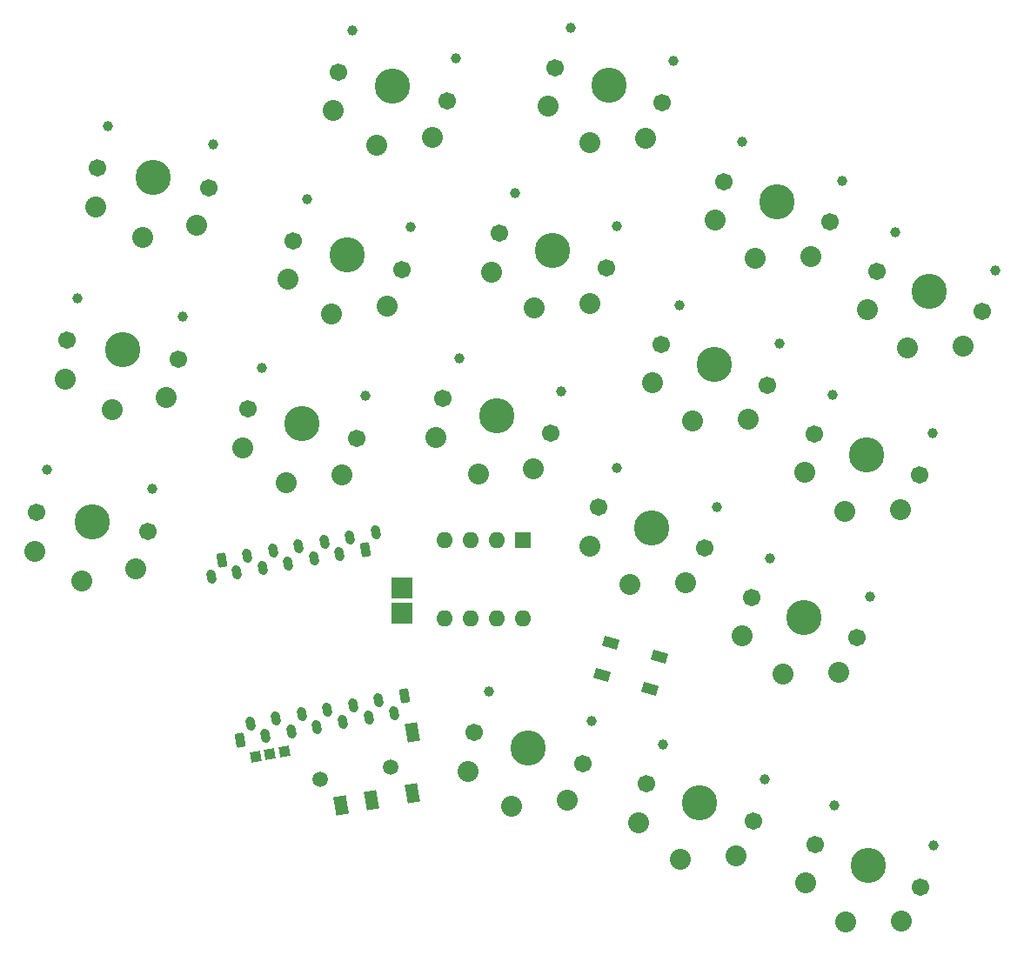
<source format=gbr>
%TF.GenerationSoftware,KiCad,Pcbnew,7.0.5*%
%TF.CreationDate,2023-06-17T18:52:54+04:00*%
%TF.ProjectId,KBD,4b42442e-6b69-4636-9164-5f7063625858,rev?*%
%TF.SameCoordinates,Original*%
%TF.FileFunction,Soldermask,Bot*%
%TF.FilePolarity,Negative*%
%FSLAX46Y46*%
G04 Gerber Fmt 4.6, Leading zero omitted, Abs format (unit mm)*
G04 Created by KiCad (PCBNEW 7.0.5) date 2023-06-17 18:52:54*
%MOMM*%
%LPD*%
G01*
G04 APERTURE LIST*
G04 Aperture macros list*
%AMRoundRect*
0 Rectangle with rounded corners*
0 $1 Rounding radius*
0 $2 $3 $4 $5 $6 $7 $8 $9 X,Y pos of 4 corners*
0 Add a 4 corners polygon primitive as box body*
4,1,4,$2,$3,$4,$5,$6,$7,$8,$9,$2,$3,0*
0 Add four circle primitives for the rounded corners*
1,1,$1+$1,$2,$3*
1,1,$1+$1,$4,$5*
1,1,$1+$1,$6,$7*
1,1,$1+$1,$8,$9*
0 Add four rect primitives between the rounded corners*
20,1,$1+$1,$2,$3,$4,$5,0*
20,1,$1+$1,$4,$5,$6,$7,0*
20,1,$1+$1,$6,$7,$8,$9,0*
20,1,$1+$1,$8,$9,$2,$3,0*%
%AMHorizOval*
0 Thick line with rounded ends*
0 $1 width*
0 $2 $3 position (X,Y) of the first rounded end (center of the circle)*
0 $4 $5 position (X,Y) of the second rounded end (center of the circle)*
0 Add line between two ends*
20,1,$1,$2,$3,$4,$5,0*
0 Add two circle primitives to create the rounded ends*
1,1,$1,$2,$3*
1,1,$1,$4,$5*%
%AMRotRect*
0 Rectangle, with rotation*
0 The origin of the aperture is its center*
0 $1 length*
0 $2 width*
0 $3 Rotation angle, in degrees counterclockwise*
0 Add horizontal line*
21,1,$1,$2,0,0,$3*%
G04 Aperture macros list end*
%ADD10C,1.500000*%
%ADD11C,1.701800*%
%ADD12C,0.990600*%
%ADD13C,3.429000*%
%ADD14C,2.032000*%
%ADD15R,2.000000X2.000000*%
%ADD16RoundRect,0.225000X-0.139099X-0.506855X0.304065X-0.428713X0.139099X0.506855X-0.304065X0.428713X0*%
%ADD17HorizOval,0.900000X-0.043412X0.246202X0.043412X-0.246202X0*%
%ADD18R,1.600000X1.600000*%
%ADD19O,1.600000X1.600000*%
%ADD20RoundRect,0.225000X0.139099X0.506855X-0.304065X0.428713X-0.139099X-0.506855X0.304065X-0.428713X0*%
%ADD21RotRect,1.200000X1.810000X10.000000*%
%ADD22RotRect,1.235000X1.810000X10.000000*%
%ADD23RotRect,1.000000X1.000000X280.000000*%
%ADD24RotRect,1.500000X1.000000X164.000000*%
G04 APERTURE END LIST*
D10*
%TO.C,J3*%
X167021543Y-115115370D03*
X173915197Y-113899833D03*
%TD*%
D11*
%TO.C,SW1*%
X221214562Y-65658109D03*
D12*
X222981110Y-61837415D03*
D13*
X226349254Y-67629133D03*
D12*
X232727689Y-65578776D03*
D11*
X231483946Y-69600157D03*
D14*
X224234883Y-73137258D03*
X220319554Y-69384899D03*
X229655358Y-72968578D03*
%TD*%
D11*
%TO.C,SW13*%
X179012823Y-78055975D03*
D12*
X180576990Y-74148062D03*
D13*
X184243634Y-79755568D03*
D12*
X190506020Y-77374199D03*
D11*
X189474445Y-81455161D03*
D14*
X182420434Y-85366801D03*
X178314087Y-81824498D03*
X187824652Y-84914668D03*
%TD*%
D15*
%TO.C,TP2*%
X175006000Y-98933000D03*
%TD*%
D11*
%TO.C,SW5*%
X145353209Y-55605603D03*
D12*
X146358278Y-51518032D03*
D13*
X150769652Y-56560668D03*
D12*
X156639671Y-53330919D03*
D11*
X156186095Y-57515733D03*
D14*
X149745128Y-62371034D03*
X145185750Y-59434697D03*
X155033828Y-61171178D03*
%TD*%
D16*
%TO.C,J1*%
X159245000Y-111322000D03*
D17*
X161707019Y-110887880D03*
X164247823Y-110439867D03*
X166749235Y-109998801D03*
X169250647Y-109557735D03*
X171752058Y-109116668D03*
X174253470Y-108675602D03*
%TD*%
D11*
%TO.C,SW11*%
X209030052Y-97399843D03*
D12*
X210796600Y-93579149D03*
D13*
X214164744Y-99370867D03*
D12*
X220543179Y-97320510D03*
D11*
X219299436Y-101341891D03*
D14*
X212050373Y-104878992D03*
X208135044Y-101126633D03*
X217470848Y-104710312D03*
%TD*%
D11*
%TO.C,SW17*%
X198788296Y-115581750D03*
D12*
X200420427Y-111701731D03*
D13*
X203988648Y-117372375D03*
D12*
X210291641Y-115100663D03*
D11*
X209189000Y-119163000D03*
D14*
X202067796Y-122950935D03*
X198023896Y-119337505D03*
X207479082Y-122593186D03*
%TD*%
D11*
%TO.C,SW4*%
X168799933Y-46249659D03*
D12*
X170157432Y-42265240D03*
D13*
X174112525Y-47673164D03*
D12*
X180241698Y-44967311D03*
D11*
X179425117Y-49096669D03*
D14*
X172585493Y-53372126D03*
X168299383Y-50049587D03*
X177958642Y-52637777D03*
%TD*%
D11*
%TO.C,SW10*%
X142401190Y-72347334D03*
D12*
X143406259Y-68259763D03*
D13*
X147817633Y-73302399D03*
D12*
X153687652Y-70072650D03*
D11*
X153234076Y-74257464D03*
D14*
X146793109Y-79112765D03*
X142233731Y-76176428D03*
X152081809Y-77912909D03*
%TD*%
D11*
%TO.C,SW7*%
X200266817Y-72791577D03*
D12*
X202033365Y-68970883D03*
D13*
X205401509Y-74762601D03*
D12*
X211779944Y-72712244D03*
D11*
X210536201Y-76733625D03*
D14*
X203287138Y-80270726D03*
X199371809Y-76518367D03*
X208707613Y-80102046D03*
%TD*%
D11*
%TO.C,SW16*%
X215263804Y-121462224D03*
D12*
X217096763Y-117672941D03*
D13*
X220363315Y-123522560D03*
D12*
X226776562Y-121583834D03*
D11*
X225462826Y-125582896D03*
D14*
X218153136Y-128992945D03*
X214303891Y-125172826D03*
X223575729Y-128918892D03*
%TD*%
D15*
%TO.C,TP1*%
X175006000Y-96520000D03*
%TD*%
D11*
%TO.C,SW3*%
X189899823Y-45843660D03*
D12*
X191463990Y-41935747D03*
D13*
X195130634Y-47543253D03*
D12*
X201393020Y-45161884D03*
D11*
X200361445Y-49242846D03*
D14*
X193307434Y-53154486D03*
X189201087Y-49612183D03*
X198711652Y-52702353D03*
%TD*%
D11*
%TO.C,SW18*%
X182027606Y-110571598D03*
D12*
X183454436Y-106611477D03*
D13*
X187314545Y-112087603D03*
D12*
X193490008Y-109489131D03*
D11*
X192601484Y-113603608D03*
D14*
X185688285Y-117759047D03*
X181460815Y-114362211D03*
X191073432Y-117118584D03*
%TD*%
D11*
%TO.C,SW9*%
X164400008Y-62670398D03*
D12*
X165757507Y-58685979D03*
D13*
X169712600Y-64093903D03*
D12*
X175841773Y-61388050D03*
D11*
X175025192Y-65517408D03*
D14*
X168185568Y-69792865D03*
X163899458Y-66470326D03*
X173558717Y-69058516D03*
%TD*%
D18*
%TO.C,SW19*%
X186807000Y-91863500D03*
D19*
X184267000Y-91863500D03*
X181727000Y-91863500D03*
X179187000Y-91863500D03*
X179187000Y-99483500D03*
X181727000Y-99483500D03*
X184267000Y-99483500D03*
X186807000Y-99483500D03*
%TD*%
D11*
%TO.C,SW6*%
X215122308Y-81528976D03*
D12*
X216888856Y-77708282D03*
D13*
X220257000Y-83500000D03*
D12*
X226635435Y-81449643D03*
D11*
X225391692Y-85471024D03*
D14*
X218142629Y-89008125D03*
X214227300Y-85255766D03*
X223563104Y-88839445D03*
%TD*%
D11*
%TO.C,SW2*%
X206359072Y-56920710D03*
D12*
X208125620Y-53100016D03*
D13*
X211493764Y-58891734D03*
D12*
X217872199Y-56841377D03*
D11*
X216628456Y-60862758D03*
D14*
X209379393Y-64399859D03*
X205464064Y-60647500D03*
X214799868Y-64231179D03*
%TD*%
D11*
%TO.C,SW14*%
X160000085Y-79091137D03*
D12*
X161357584Y-75106718D03*
D13*
X165312677Y-80514642D03*
D12*
X171441850Y-77808789D03*
D11*
X170625269Y-81938147D03*
D14*
X163785645Y-86213604D03*
X159499535Y-82891065D03*
X169158794Y-85479255D03*
%TD*%
D20*
%TO.C,J2*%
X171453470Y-92775602D03*
D17*
X168952058Y-93216668D03*
X166450647Y-93657735D03*
X163949235Y-94098801D03*
X161447823Y-94539867D03*
X158946412Y-94980934D03*
X156445000Y-95422000D03*
%TD*%
D11*
%TO.C,SW15*%
X139449171Y-89089067D03*
D12*
X140454240Y-85001496D03*
D13*
X144865614Y-90044132D03*
D12*
X150735633Y-86814383D03*
D11*
X150282057Y-90999197D03*
D14*
X143841090Y-95854498D03*
X139281712Y-92918161D03*
X149129790Y-94654642D03*
%TD*%
D11*
%TO.C,SW8*%
X184456322Y-61949818D03*
D12*
X186020489Y-58041905D03*
D13*
X189687133Y-63649411D03*
D12*
X195949519Y-61268042D03*
D11*
X194917944Y-65349004D03*
D14*
X187863933Y-69260644D03*
X183757586Y-65718341D03*
X193268151Y-68808511D03*
%TD*%
D11*
%TO.C,SW12*%
X194174561Y-88662445D03*
D12*
X195941109Y-84841751D03*
D13*
X199309253Y-90633469D03*
D12*
X205687688Y-88583112D03*
D11*
X204443945Y-92604493D03*
D14*
X197194882Y-96141594D03*
X193279553Y-92389235D03*
X202615357Y-95972914D03*
%TD*%
D10*
%TO.C,J3*%
X167013355Y-115120737D03*
X173907009Y-113905200D03*
D21*
X172047919Y-117182822D03*
D22*
X169110728Y-117700728D03*
D21*
X176061542Y-110575483D03*
X175987150Y-116488229D03*
%TD*%
D23*
%TO.C,TP5*%
X162179000Y-112649000D03*
%TD*%
%TO.C,TP4*%
X163554777Y-112406413D03*
%TD*%
D20*
%TO.C,J2*%
X175264650Y-107015370D03*
D17*
X172763238Y-107456436D03*
X170261827Y-107897503D03*
X167760415Y-108338569D03*
X165259003Y-108779635D03*
X162757592Y-109220702D03*
X160256180Y-109661768D03*
%TD*%
D23*
%TO.C,TP3*%
X160799285Y-112892280D03*
%TD*%
D24*
%TO.C,D20*%
X200036182Y-103204623D03*
X199154142Y-106280660D03*
X194443960Y-104930037D03*
X195326000Y-101854000D03*
%TD*%
D16*
%TO.C,J1*%
X157449200Y-93763000D03*
D17*
X159911219Y-93328880D03*
X162452023Y-92880867D03*
X164953435Y-92439801D03*
X167454847Y-91998735D03*
X169956258Y-91557668D03*
X172457670Y-91116602D03*
%TD*%
M02*

</source>
